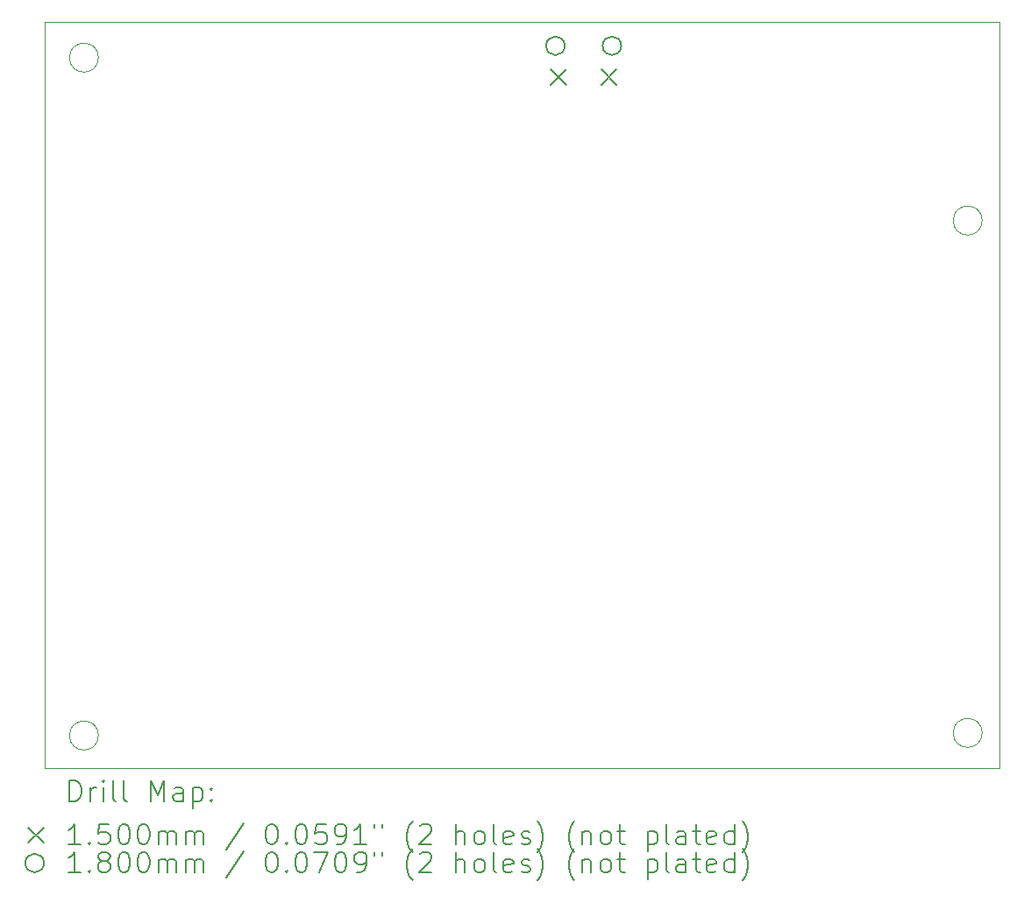
<source format=gbr>
%TF.GenerationSoftware,KiCad,Pcbnew,7.0.1*%
%TF.CreationDate,2023-04-28T23:03:10+02:00*%
%TF.ProjectId,Hexapod_Hardware,48657861-706f-4645-9f48-617264776172,rev?*%
%TF.SameCoordinates,Original*%
%TF.FileFunction,Drillmap*%
%TF.FilePolarity,Positive*%
%FSLAX45Y45*%
G04 Gerber Fmt 4.5, Leading zero omitted, Abs format (unit mm)*
G04 Created by KiCad (PCBNEW 7.0.1) date 2023-04-28 23:03:10*
%MOMM*%
%LPD*%
G01*
G04 APERTURE LIST*
%ADD10C,0.100000*%
%ADD11C,0.200000*%
%ADD12C,0.150000*%
%ADD13C,0.180000*%
G04 APERTURE END LIST*
D10*
X5867400Y-4305300D02*
X15087600Y-4305300D01*
X15087600Y-11518900D01*
X5867400Y-11518900D01*
X5867400Y-4305300D01*
X14922800Y-6223000D02*
G75*
G03*
X14922800Y-6223000I-140000J0D01*
G01*
X6388400Y-11201400D02*
G75*
G03*
X6388400Y-11201400I-140000J0D01*
G01*
X6388400Y-4648200D02*
G75*
G03*
X6388400Y-4648200I-140000J0D01*
G01*
X14922800Y-11176000D02*
G75*
G03*
X14922800Y-11176000I-140000J0D01*
G01*
D11*
D12*
X10756900Y-4762200D02*
X10906900Y-4912200D01*
X10906900Y-4762200D02*
X10756900Y-4912200D01*
X11241900Y-4762200D02*
X11391900Y-4912200D01*
X11391900Y-4762200D02*
X11241900Y-4912200D01*
D13*
X10891900Y-4534200D02*
G75*
G03*
X10891900Y-4534200I-90000J0D01*
G01*
X11436900Y-4534200D02*
G75*
G03*
X11436900Y-4534200I-90000J0D01*
G01*
D11*
X6110019Y-11836424D02*
X6110019Y-11636424D01*
X6110019Y-11636424D02*
X6157638Y-11636424D01*
X6157638Y-11636424D02*
X6186209Y-11645948D01*
X6186209Y-11645948D02*
X6205257Y-11664995D01*
X6205257Y-11664995D02*
X6214781Y-11684043D01*
X6214781Y-11684043D02*
X6224305Y-11722138D01*
X6224305Y-11722138D02*
X6224305Y-11750709D01*
X6224305Y-11750709D02*
X6214781Y-11788805D01*
X6214781Y-11788805D02*
X6205257Y-11807852D01*
X6205257Y-11807852D02*
X6186209Y-11826900D01*
X6186209Y-11826900D02*
X6157638Y-11836424D01*
X6157638Y-11836424D02*
X6110019Y-11836424D01*
X6310019Y-11836424D02*
X6310019Y-11703090D01*
X6310019Y-11741186D02*
X6319543Y-11722138D01*
X6319543Y-11722138D02*
X6329067Y-11712614D01*
X6329067Y-11712614D02*
X6348114Y-11703090D01*
X6348114Y-11703090D02*
X6367162Y-11703090D01*
X6433828Y-11836424D02*
X6433828Y-11703090D01*
X6433828Y-11636424D02*
X6424305Y-11645948D01*
X6424305Y-11645948D02*
X6433828Y-11655471D01*
X6433828Y-11655471D02*
X6443352Y-11645948D01*
X6443352Y-11645948D02*
X6433828Y-11636424D01*
X6433828Y-11636424D02*
X6433828Y-11655471D01*
X6557638Y-11836424D02*
X6538590Y-11826900D01*
X6538590Y-11826900D02*
X6529067Y-11807852D01*
X6529067Y-11807852D02*
X6529067Y-11636424D01*
X6662400Y-11836424D02*
X6643352Y-11826900D01*
X6643352Y-11826900D02*
X6633828Y-11807852D01*
X6633828Y-11807852D02*
X6633828Y-11636424D01*
X6890971Y-11836424D02*
X6890971Y-11636424D01*
X6890971Y-11636424D02*
X6957638Y-11779281D01*
X6957638Y-11779281D02*
X7024305Y-11636424D01*
X7024305Y-11636424D02*
X7024305Y-11836424D01*
X7205257Y-11836424D02*
X7205257Y-11731662D01*
X7205257Y-11731662D02*
X7195733Y-11712614D01*
X7195733Y-11712614D02*
X7176686Y-11703090D01*
X7176686Y-11703090D02*
X7138590Y-11703090D01*
X7138590Y-11703090D02*
X7119543Y-11712614D01*
X7205257Y-11826900D02*
X7186209Y-11836424D01*
X7186209Y-11836424D02*
X7138590Y-11836424D01*
X7138590Y-11836424D02*
X7119543Y-11826900D01*
X7119543Y-11826900D02*
X7110019Y-11807852D01*
X7110019Y-11807852D02*
X7110019Y-11788805D01*
X7110019Y-11788805D02*
X7119543Y-11769757D01*
X7119543Y-11769757D02*
X7138590Y-11760233D01*
X7138590Y-11760233D02*
X7186209Y-11760233D01*
X7186209Y-11760233D02*
X7205257Y-11750709D01*
X7300495Y-11703090D02*
X7300495Y-11903090D01*
X7300495Y-11712614D02*
X7319543Y-11703090D01*
X7319543Y-11703090D02*
X7357638Y-11703090D01*
X7357638Y-11703090D02*
X7376686Y-11712614D01*
X7376686Y-11712614D02*
X7386209Y-11722138D01*
X7386209Y-11722138D02*
X7395733Y-11741186D01*
X7395733Y-11741186D02*
X7395733Y-11798328D01*
X7395733Y-11798328D02*
X7386209Y-11817376D01*
X7386209Y-11817376D02*
X7376686Y-11826900D01*
X7376686Y-11826900D02*
X7357638Y-11836424D01*
X7357638Y-11836424D02*
X7319543Y-11836424D01*
X7319543Y-11836424D02*
X7300495Y-11826900D01*
X7481448Y-11817376D02*
X7490971Y-11826900D01*
X7490971Y-11826900D02*
X7481448Y-11836424D01*
X7481448Y-11836424D02*
X7471924Y-11826900D01*
X7471924Y-11826900D02*
X7481448Y-11817376D01*
X7481448Y-11817376D02*
X7481448Y-11836424D01*
X7481448Y-11712614D02*
X7490971Y-11722138D01*
X7490971Y-11722138D02*
X7481448Y-11731662D01*
X7481448Y-11731662D02*
X7471924Y-11722138D01*
X7471924Y-11722138D02*
X7481448Y-11712614D01*
X7481448Y-11712614D02*
X7481448Y-11731662D01*
D12*
X5712400Y-12088900D02*
X5862400Y-12238900D01*
X5862400Y-12088900D02*
X5712400Y-12238900D01*
D11*
X6214781Y-12256424D02*
X6100495Y-12256424D01*
X6157638Y-12256424D02*
X6157638Y-12056424D01*
X6157638Y-12056424D02*
X6138590Y-12084995D01*
X6138590Y-12084995D02*
X6119543Y-12104043D01*
X6119543Y-12104043D02*
X6100495Y-12113567D01*
X6300495Y-12237376D02*
X6310019Y-12246900D01*
X6310019Y-12246900D02*
X6300495Y-12256424D01*
X6300495Y-12256424D02*
X6290971Y-12246900D01*
X6290971Y-12246900D02*
X6300495Y-12237376D01*
X6300495Y-12237376D02*
X6300495Y-12256424D01*
X6490971Y-12056424D02*
X6395733Y-12056424D01*
X6395733Y-12056424D02*
X6386209Y-12151662D01*
X6386209Y-12151662D02*
X6395733Y-12142138D01*
X6395733Y-12142138D02*
X6414781Y-12132614D01*
X6414781Y-12132614D02*
X6462400Y-12132614D01*
X6462400Y-12132614D02*
X6481448Y-12142138D01*
X6481448Y-12142138D02*
X6490971Y-12151662D01*
X6490971Y-12151662D02*
X6500495Y-12170709D01*
X6500495Y-12170709D02*
X6500495Y-12218328D01*
X6500495Y-12218328D02*
X6490971Y-12237376D01*
X6490971Y-12237376D02*
X6481448Y-12246900D01*
X6481448Y-12246900D02*
X6462400Y-12256424D01*
X6462400Y-12256424D02*
X6414781Y-12256424D01*
X6414781Y-12256424D02*
X6395733Y-12246900D01*
X6395733Y-12246900D02*
X6386209Y-12237376D01*
X6624305Y-12056424D02*
X6643352Y-12056424D01*
X6643352Y-12056424D02*
X6662400Y-12065948D01*
X6662400Y-12065948D02*
X6671924Y-12075471D01*
X6671924Y-12075471D02*
X6681448Y-12094519D01*
X6681448Y-12094519D02*
X6690971Y-12132614D01*
X6690971Y-12132614D02*
X6690971Y-12180233D01*
X6690971Y-12180233D02*
X6681448Y-12218328D01*
X6681448Y-12218328D02*
X6671924Y-12237376D01*
X6671924Y-12237376D02*
X6662400Y-12246900D01*
X6662400Y-12246900D02*
X6643352Y-12256424D01*
X6643352Y-12256424D02*
X6624305Y-12256424D01*
X6624305Y-12256424D02*
X6605257Y-12246900D01*
X6605257Y-12246900D02*
X6595733Y-12237376D01*
X6595733Y-12237376D02*
X6586209Y-12218328D01*
X6586209Y-12218328D02*
X6576686Y-12180233D01*
X6576686Y-12180233D02*
X6576686Y-12132614D01*
X6576686Y-12132614D02*
X6586209Y-12094519D01*
X6586209Y-12094519D02*
X6595733Y-12075471D01*
X6595733Y-12075471D02*
X6605257Y-12065948D01*
X6605257Y-12065948D02*
X6624305Y-12056424D01*
X6814781Y-12056424D02*
X6833829Y-12056424D01*
X6833829Y-12056424D02*
X6852876Y-12065948D01*
X6852876Y-12065948D02*
X6862400Y-12075471D01*
X6862400Y-12075471D02*
X6871924Y-12094519D01*
X6871924Y-12094519D02*
X6881448Y-12132614D01*
X6881448Y-12132614D02*
X6881448Y-12180233D01*
X6881448Y-12180233D02*
X6871924Y-12218328D01*
X6871924Y-12218328D02*
X6862400Y-12237376D01*
X6862400Y-12237376D02*
X6852876Y-12246900D01*
X6852876Y-12246900D02*
X6833829Y-12256424D01*
X6833829Y-12256424D02*
X6814781Y-12256424D01*
X6814781Y-12256424D02*
X6795733Y-12246900D01*
X6795733Y-12246900D02*
X6786209Y-12237376D01*
X6786209Y-12237376D02*
X6776686Y-12218328D01*
X6776686Y-12218328D02*
X6767162Y-12180233D01*
X6767162Y-12180233D02*
X6767162Y-12132614D01*
X6767162Y-12132614D02*
X6776686Y-12094519D01*
X6776686Y-12094519D02*
X6786209Y-12075471D01*
X6786209Y-12075471D02*
X6795733Y-12065948D01*
X6795733Y-12065948D02*
X6814781Y-12056424D01*
X6967162Y-12256424D02*
X6967162Y-12123090D01*
X6967162Y-12142138D02*
X6976686Y-12132614D01*
X6976686Y-12132614D02*
X6995733Y-12123090D01*
X6995733Y-12123090D02*
X7024305Y-12123090D01*
X7024305Y-12123090D02*
X7043352Y-12132614D01*
X7043352Y-12132614D02*
X7052876Y-12151662D01*
X7052876Y-12151662D02*
X7052876Y-12256424D01*
X7052876Y-12151662D02*
X7062400Y-12132614D01*
X7062400Y-12132614D02*
X7081448Y-12123090D01*
X7081448Y-12123090D02*
X7110019Y-12123090D01*
X7110019Y-12123090D02*
X7129067Y-12132614D01*
X7129067Y-12132614D02*
X7138590Y-12151662D01*
X7138590Y-12151662D02*
X7138590Y-12256424D01*
X7233829Y-12256424D02*
X7233829Y-12123090D01*
X7233829Y-12142138D02*
X7243352Y-12132614D01*
X7243352Y-12132614D02*
X7262400Y-12123090D01*
X7262400Y-12123090D02*
X7290971Y-12123090D01*
X7290971Y-12123090D02*
X7310019Y-12132614D01*
X7310019Y-12132614D02*
X7319543Y-12151662D01*
X7319543Y-12151662D02*
X7319543Y-12256424D01*
X7319543Y-12151662D02*
X7329067Y-12132614D01*
X7329067Y-12132614D02*
X7348114Y-12123090D01*
X7348114Y-12123090D02*
X7376686Y-12123090D01*
X7376686Y-12123090D02*
X7395733Y-12132614D01*
X7395733Y-12132614D02*
X7405257Y-12151662D01*
X7405257Y-12151662D02*
X7405257Y-12256424D01*
X7795733Y-12046900D02*
X7624305Y-12304043D01*
X8052876Y-12056424D02*
X8071924Y-12056424D01*
X8071924Y-12056424D02*
X8090972Y-12065948D01*
X8090972Y-12065948D02*
X8100495Y-12075471D01*
X8100495Y-12075471D02*
X8110019Y-12094519D01*
X8110019Y-12094519D02*
X8119543Y-12132614D01*
X8119543Y-12132614D02*
X8119543Y-12180233D01*
X8119543Y-12180233D02*
X8110019Y-12218328D01*
X8110019Y-12218328D02*
X8100495Y-12237376D01*
X8100495Y-12237376D02*
X8090972Y-12246900D01*
X8090972Y-12246900D02*
X8071924Y-12256424D01*
X8071924Y-12256424D02*
X8052876Y-12256424D01*
X8052876Y-12256424D02*
X8033829Y-12246900D01*
X8033829Y-12246900D02*
X8024305Y-12237376D01*
X8024305Y-12237376D02*
X8014781Y-12218328D01*
X8014781Y-12218328D02*
X8005257Y-12180233D01*
X8005257Y-12180233D02*
X8005257Y-12132614D01*
X8005257Y-12132614D02*
X8014781Y-12094519D01*
X8014781Y-12094519D02*
X8024305Y-12075471D01*
X8024305Y-12075471D02*
X8033829Y-12065948D01*
X8033829Y-12065948D02*
X8052876Y-12056424D01*
X8205257Y-12237376D02*
X8214781Y-12246900D01*
X8214781Y-12246900D02*
X8205257Y-12256424D01*
X8205257Y-12256424D02*
X8195733Y-12246900D01*
X8195733Y-12246900D02*
X8205257Y-12237376D01*
X8205257Y-12237376D02*
X8205257Y-12256424D01*
X8338591Y-12056424D02*
X8357638Y-12056424D01*
X8357638Y-12056424D02*
X8376686Y-12065948D01*
X8376686Y-12065948D02*
X8386210Y-12075471D01*
X8386210Y-12075471D02*
X8395734Y-12094519D01*
X8395734Y-12094519D02*
X8405257Y-12132614D01*
X8405257Y-12132614D02*
X8405257Y-12180233D01*
X8405257Y-12180233D02*
X8395734Y-12218328D01*
X8395734Y-12218328D02*
X8386210Y-12237376D01*
X8386210Y-12237376D02*
X8376686Y-12246900D01*
X8376686Y-12246900D02*
X8357638Y-12256424D01*
X8357638Y-12256424D02*
X8338591Y-12256424D01*
X8338591Y-12256424D02*
X8319543Y-12246900D01*
X8319543Y-12246900D02*
X8310019Y-12237376D01*
X8310019Y-12237376D02*
X8300495Y-12218328D01*
X8300495Y-12218328D02*
X8290972Y-12180233D01*
X8290972Y-12180233D02*
X8290972Y-12132614D01*
X8290972Y-12132614D02*
X8300495Y-12094519D01*
X8300495Y-12094519D02*
X8310019Y-12075471D01*
X8310019Y-12075471D02*
X8319543Y-12065948D01*
X8319543Y-12065948D02*
X8338591Y-12056424D01*
X8586210Y-12056424D02*
X8490972Y-12056424D01*
X8490972Y-12056424D02*
X8481448Y-12151662D01*
X8481448Y-12151662D02*
X8490972Y-12142138D01*
X8490972Y-12142138D02*
X8510019Y-12132614D01*
X8510019Y-12132614D02*
X8557638Y-12132614D01*
X8557638Y-12132614D02*
X8576686Y-12142138D01*
X8576686Y-12142138D02*
X8586210Y-12151662D01*
X8586210Y-12151662D02*
X8595734Y-12170709D01*
X8595734Y-12170709D02*
X8595734Y-12218328D01*
X8595734Y-12218328D02*
X8586210Y-12237376D01*
X8586210Y-12237376D02*
X8576686Y-12246900D01*
X8576686Y-12246900D02*
X8557638Y-12256424D01*
X8557638Y-12256424D02*
X8510019Y-12256424D01*
X8510019Y-12256424D02*
X8490972Y-12246900D01*
X8490972Y-12246900D02*
X8481448Y-12237376D01*
X8690972Y-12256424D02*
X8729067Y-12256424D01*
X8729067Y-12256424D02*
X8748115Y-12246900D01*
X8748115Y-12246900D02*
X8757638Y-12237376D01*
X8757638Y-12237376D02*
X8776686Y-12208805D01*
X8776686Y-12208805D02*
X8786210Y-12170709D01*
X8786210Y-12170709D02*
X8786210Y-12094519D01*
X8786210Y-12094519D02*
X8776686Y-12075471D01*
X8776686Y-12075471D02*
X8767162Y-12065948D01*
X8767162Y-12065948D02*
X8748115Y-12056424D01*
X8748115Y-12056424D02*
X8710019Y-12056424D01*
X8710019Y-12056424D02*
X8690972Y-12065948D01*
X8690972Y-12065948D02*
X8681448Y-12075471D01*
X8681448Y-12075471D02*
X8671924Y-12094519D01*
X8671924Y-12094519D02*
X8671924Y-12142138D01*
X8671924Y-12142138D02*
X8681448Y-12161186D01*
X8681448Y-12161186D02*
X8690972Y-12170709D01*
X8690972Y-12170709D02*
X8710019Y-12180233D01*
X8710019Y-12180233D02*
X8748115Y-12180233D01*
X8748115Y-12180233D02*
X8767162Y-12170709D01*
X8767162Y-12170709D02*
X8776686Y-12161186D01*
X8776686Y-12161186D02*
X8786210Y-12142138D01*
X8976686Y-12256424D02*
X8862400Y-12256424D01*
X8919543Y-12256424D02*
X8919543Y-12056424D01*
X8919543Y-12056424D02*
X8900495Y-12084995D01*
X8900495Y-12084995D02*
X8881448Y-12104043D01*
X8881448Y-12104043D02*
X8862400Y-12113567D01*
X9052876Y-12056424D02*
X9052876Y-12094519D01*
X9129067Y-12056424D02*
X9129067Y-12094519D01*
X9424305Y-12332614D02*
X9414781Y-12323090D01*
X9414781Y-12323090D02*
X9395734Y-12294519D01*
X9395734Y-12294519D02*
X9386210Y-12275471D01*
X9386210Y-12275471D02*
X9376686Y-12246900D01*
X9376686Y-12246900D02*
X9367162Y-12199281D01*
X9367162Y-12199281D02*
X9367162Y-12161186D01*
X9367162Y-12161186D02*
X9376686Y-12113567D01*
X9376686Y-12113567D02*
X9386210Y-12084995D01*
X9386210Y-12084995D02*
X9395734Y-12065948D01*
X9395734Y-12065948D02*
X9414781Y-12037376D01*
X9414781Y-12037376D02*
X9424305Y-12027852D01*
X9490972Y-12075471D02*
X9500496Y-12065948D01*
X9500496Y-12065948D02*
X9519543Y-12056424D01*
X9519543Y-12056424D02*
X9567162Y-12056424D01*
X9567162Y-12056424D02*
X9586210Y-12065948D01*
X9586210Y-12065948D02*
X9595734Y-12075471D01*
X9595734Y-12075471D02*
X9605257Y-12094519D01*
X9605257Y-12094519D02*
X9605257Y-12113567D01*
X9605257Y-12113567D02*
X9595734Y-12142138D01*
X9595734Y-12142138D02*
X9481448Y-12256424D01*
X9481448Y-12256424D02*
X9605257Y-12256424D01*
X9843353Y-12256424D02*
X9843353Y-12056424D01*
X9929067Y-12256424D02*
X9929067Y-12151662D01*
X9929067Y-12151662D02*
X9919543Y-12132614D01*
X9919543Y-12132614D02*
X9900496Y-12123090D01*
X9900496Y-12123090D02*
X9871924Y-12123090D01*
X9871924Y-12123090D02*
X9852877Y-12132614D01*
X9852877Y-12132614D02*
X9843353Y-12142138D01*
X10052877Y-12256424D02*
X10033829Y-12246900D01*
X10033829Y-12246900D02*
X10024305Y-12237376D01*
X10024305Y-12237376D02*
X10014781Y-12218328D01*
X10014781Y-12218328D02*
X10014781Y-12161186D01*
X10014781Y-12161186D02*
X10024305Y-12142138D01*
X10024305Y-12142138D02*
X10033829Y-12132614D01*
X10033829Y-12132614D02*
X10052877Y-12123090D01*
X10052877Y-12123090D02*
X10081448Y-12123090D01*
X10081448Y-12123090D02*
X10100496Y-12132614D01*
X10100496Y-12132614D02*
X10110019Y-12142138D01*
X10110019Y-12142138D02*
X10119543Y-12161186D01*
X10119543Y-12161186D02*
X10119543Y-12218328D01*
X10119543Y-12218328D02*
X10110019Y-12237376D01*
X10110019Y-12237376D02*
X10100496Y-12246900D01*
X10100496Y-12246900D02*
X10081448Y-12256424D01*
X10081448Y-12256424D02*
X10052877Y-12256424D01*
X10233829Y-12256424D02*
X10214781Y-12246900D01*
X10214781Y-12246900D02*
X10205258Y-12227852D01*
X10205258Y-12227852D02*
X10205258Y-12056424D01*
X10386210Y-12246900D02*
X10367162Y-12256424D01*
X10367162Y-12256424D02*
X10329067Y-12256424D01*
X10329067Y-12256424D02*
X10310019Y-12246900D01*
X10310019Y-12246900D02*
X10300496Y-12227852D01*
X10300496Y-12227852D02*
X10300496Y-12151662D01*
X10300496Y-12151662D02*
X10310019Y-12132614D01*
X10310019Y-12132614D02*
X10329067Y-12123090D01*
X10329067Y-12123090D02*
X10367162Y-12123090D01*
X10367162Y-12123090D02*
X10386210Y-12132614D01*
X10386210Y-12132614D02*
X10395734Y-12151662D01*
X10395734Y-12151662D02*
X10395734Y-12170709D01*
X10395734Y-12170709D02*
X10300496Y-12189757D01*
X10471924Y-12246900D02*
X10490972Y-12256424D01*
X10490972Y-12256424D02*
X10529067Y-12256424D01*
X10529067Y-12256424D02*
X10548115Y-12246900D01*
X10548115Y-12246900D02*
X10557639Y-12227852D01*
X10557639Y-12227852D02*
X10557639Y-12218328D01*
X10557639Y-12218328D02*
X10548115Y-12199281D01*
X10548115Y-12199281D02*
X10529067Y-12189757D01*
X10529067Y-12189757D02*
X10500496Y-12189757D01*
X10500496Y-12189757D02*
X10481448Y-12180233D01*
X10481448Y-12180233D02*
X10471924Y-12161186D01*
X10471924Y-12161186D02*
X10471924Y-12151662D01*
X10471924Y-12151662D02*
X10481448Y-12132614D01*
X10481448Y-12132614D02*
X10500496Y-12123090D01*
X10500496Y-12123090D02*
X10529067Y-12123090D01*
X10529067Y-12123090D02*
X10548115Y-12132614D01*
X10624305Y-12332614D02*
X10633829Y-12323090D01*
X10633829Y-12323090D02*
X10652877Y-12294519D01*
X10652877Y-12294519D02*
X10662400Y-12275471D01*
X10662400Y-12275471D02*
X10671924Y-12246900D01*
X10671924Y-12246900D02*
X10681448Y-12199281D01*
X10681448Y-12199281D02*
X10681448Y-12161186D01*
X10681448Y-12161186D02*
X10671924Y-12113567D01*
X10671924Y-12113567D02*
X10662400Y-12084995D01*
X10662400Y-12084995D02*
X10652877Y-12065948D01*
X10652877Y-12065948D02*
X10633829Y-12037376D01*
X10633829Y-12037376D02*
X10624305Y-12027852D01*
X10986210Y-12332614D02*
X10976686Y-12323090D01*
X10976686Y-12323090D02*
X10957639Y-12294519D01*
X10957639Y-12294519D02*
X10948115Y-12275471D01*
X10948115Y-12275471D02*
X10938591Y-12246900D01*
X10938591Y-12246900D02*
X10929067Y-12199281D01*
X10929067Y-12199281D02*
X10929067Y-12161186D01*
X10929067Y-12161186D02*
X10938591Y-12113567D01*
X10938591Y-12113567D02*
X10948115Y-12084995D01*
X10948115Y-12084995D02*
X10957639Y-12065948D01*
X10957639Y-12065948D02*
X10976686Y-12037376D01*
X10976686Y-12037376D02*
X10986210Y-12027852D01*
X11062400Y-12123090D02*
X11062400Y-12256424D01*
X11062400Y-12142138D02*
X11071924Y-12132614D01*
X11071924Y-12132614D02*
X11090972Y-12123090D01*
X11090972Y-12123090D02*
X11119543Y-12123090D01*
X11119543Y-12123090D02*
X11138591Y-12132614D01*
X11138591Y-12132614D02*
X11148115Y-12151662D01*
X11148115Y-12151662D02*
X11148115Y-12256424D01*
X11271924Y-12256424D02*
X11252877Y-12246900D01*
X11252877Y-12246900D02*
X11243353Y-12237376D01*
X11243353Y-12237376D02*
X11233829Y-12218328D01*
X11233829Y-12218328D02*
X11233829Y-12161186D01*
X11233829Y-12161186D02*
X11243353Y-12142138D01*
X11243353Y-12142138D02*
X11252877Y-12132614D01*
X11252877Y-12132614D02*
X11271924Y-12123090D01*
X11271924Y-12123090D02*
X11300496Y-12123090D01*
X11300496Y-12123090D02*
X11319543Y-12132614D01*
X11319543Y-12132614D02*
X11329067Y-12142138D01*
X11329067Y-12142138D02*
X11338591Y-12161186D01*
X11338591Y-12161186D02*
X11338591Y-12218328D01*
X11338591Y-12218328D02*
X11329067Y-12237376D01*
X11329067Y-12237376D02*
X11319543Y-12246900D01*
X11319543Y-12246900D02*
X11300496Y-12256424D01*
X11300496Y-12256424D02*
X11271924Y-12256424D01*
X11395734Y-12123090D02*
X11471924Y-12123090D01*
X11424305Y-12056424D02*
X11424305Y-12227852D01*
X11424305Y-12227852D02*
X11433829Y-12246900D01*
X11433829Y-12246900D02*
X11452877Y-12256424D01*
X11452877Y-12256424D02*
X11471924Y-12256424D01*
X11690972Y-12123090D02*
X11690972Y-12323090D01*
X11690972Y-12132614D02*
X11710019Y-12123090D01*
X11710019Y-12123090D02*
X11748115Y-12123090D01*
X11748115Y-12123090D02*
X11767162Y-12132614D01*
X11767162Y-12132614D02*
X11776686Y-12142138D01*
X11776686Y-12142138D02*
X11786210Y-12161186D01*
X11786210Y-12161186D02*
X11786210Y-12218328D01*
X11786210Y-12218328D02*
X11776686Y-12237376D01*
X11776686Y-12237376D02*
X11767162Y-12246900D01*
X11767162Y-12246900D02*
X11748115Y-12256424D01*
X11748115Y-12256424D02*
X11710019Y-12256424D01*
X11710019Y-12256424D02*
X11690972Y-12246900D01*
X11900496Y-12256424D02*
X11881448Y-12246900D01*
X11881448Y-12246900D02*
X11871924Y-12227852D01*
X11871924Y-12227852D02*
X11871924Y-12056424D01*
X12062400Y-12256424D02*
X12062400Y-12151662D01*
X12062400Y-12151662D02*
X12052877Y-12132614D01*
X12052877Y-12132614D02*
X12033829Y-12123090D01*
X12033829Y-12123090D02*
X11995734Y-12123090D01*
X11995734Y-12123090D02*
X11976686Y-12132614D01*
X12062400Y-12246900D02*
X12043353Y-12256424D01*
X12043353Y-12256424D02*
X11995734Y-12256424D01*
X11995734Y-12256424D02*
X11976686Y-12246900D01*
X11976686Y-12246900D02*
X11967162Y-12227852D01*
X11967162Y-12227852D02*
X11967162Y-12208805D01*
X11967162Y-12208805D02*
X11976686Y-12189757D01*
X11976686Y-12189757D02*
X11995734Y-12180233D01*
X11995734Y-12180233D02*
X12043353Y-12180233D01*
X12043353Y-12180233D02*
X12062400Y-12170709D01*
X12129067Y-12123090D02*
X12205258Y-12123090D01*
X12157639Y-12056424D02*
X12157639Y-12227852D01*
X12157639Y-12227852D02*
X12167162Y-12246900D01*
X12167162Y-12246900D02*
X12186210Y-12256424D01*
X12186210Y-12256424D02*
X12205258Y-12256424D01*
X12348115Y-12246900D02*
X12329067Y-12256424D01*
X12329067Y-12256424D02*
X12290972Y-12256424D01*
X12290972Y-12256424D02*
X12271924Y-12246900D01*
X12271924Y-12246900D02*
X12262400Y-12227852D01*
X12262400Y-12227852D02*
X12262400Y-12151662D01*
X12262400Y-12151662D02*
X12271924Y-12132614D01*
X12271924Y-12132614D02*
X12290972Y-12123090D01*
X12290972Y-12123090D02*
X12329067Y-12123090D01*
X12329067Y-12123090D02*
X12348115Y-12132614D01*
X12348115Y-12132614D02*
X12357639Y-12151662D01*
X12357639Y-12151662D02*
X12357639Y-12170709D01*
X12357639Y-12170709D02*
X12262400Y-12189757D01*
X12529067Y-12256424D02*
X12529067Y-12056424D01*
X12529067Y-12246900D02*
X12510020Y-12256424D01*
X12510020Y-12256424D02*
X12471924Y-12256424D01*
X12471924Y-12256424D02*
X12452877Y-12246900D01*
X12452877Y-12246900D02*
X12443353Y-12237376D01*
X12443353Y-12237376D02*
X12433829Y-12218328D01*
X12433829Y-12218328D02*
X12433829Y-12161186D01*
X12433829Y-12161186D02*
X12443353Y-12142138D01*
X12443353Y-12142138D02*
X12452877Y-12132614D01*
X12452877Y-12132614D02*
X12471924Y-12123090D01*
X12471924Y-12123090D02*
X12510020Y-12123090D01*
X12510020Y-12123090D02*
X12529067Y-12132614D01*
X12605258Y-12332614D02*
X12614781Y-12323090D01*
X12614781Y-12323090D02*
X12633829Y-12294519D01*
X12633829Y-12294519D02*
X12643353Y-12275471D01*
X12643353Y-12275471D02*
X12652877Y-12246900D01*
X12652877Y-12246900D02*
X12662400Y-12199281D01*
X12662400Y-12199281D02*
X12662400Y-12161186D01*
X12662400Y-12161186D02*
X12652877Y-12113567D01*
X12652877Y-12113567D02*
X12643353Y-12084995D01*
X12643353Y-12084995D02*
X12633829Y-12065948D01*
X12633829Y-12065948D02*
X12614781Y-12037376D01*
X12614781Y-12037376D02*
X12605258Y-12027852D01*
D13*
X5862400Y-12433900D02*
G75*
G03*
X5862400Y-12433900I-90000J0D01*
G01*
D11*
X6214781Y-12526424D02*
X6100495Y-12526424D01*
X6157638Y-12526424D02*
X6157638Y-12326424D01*
X6157638Y-12326424D02*
X6138590Y-12354995D01*
X6138590Y-12354995D02*
X6119543Y-12374043D01*
X6119543Y-12374043D02*
X6100495Y-12383567D01*
X6300495Y-12507376D02*
X6310019Y-12516900D01*
X6310019Y-12516900D02*
X6300495Y-12526424D01*
X6300495Y-12526424D02*
X6290971Y-12516900D01*
X6290971Y-12516900D02*
X6300495Y-12507376D01*
X6300495Y-12507376D02*
X6300495Y-12526424D01*
X6424305Y-12412138D02*
X6405257Y-12402614D01*
X6405257Y-12402614D02*
X6395733Y-12393090D01*
X6395733Y-12393090D02*
X6386209Y-12374043D01*
X6386209Y-12374043D02*
X6386209Y-12364519D01*
X6386209Y-12364519D02*
X6395733Y-12345471D01*
X6395733Y-12345471D02*
X6405257Y-12335948D01*
X6405257Y-12335948D02*
X6424305Y-12326424D01*
X6424305Y-12326424D02*
X6462400Y-12326424D01*
X6462400Y-12326424D02*
X6481448Y-12335948D01*
X6481448Y-12335948D02*
X6490971Y-12345471D01*
X6490971Y-12345471D02*
X6500495Y-12364519D01*
X6500495Y-12364519D02*
X6500495Y-12374043D01*
X6500495Y-12374043D02*
X6490971Y-12393090D01*
X6490971Y-12393090D02*
X6481448Y-12402614D01*
X6481448Y-12402614D02*
X6462400Y-12412138D01*
X6462400Y-12412138D02*
X6424305Y-12412138D01*
X6424305Y-12412138D02*
X6405257Y-12421662D01*
X6405257Y-12421662D02*
X6395733Y-12431186D01*
X6395733Y-12431186D02*
X6386209Y-12450233D01*
X6386209Y-12450233D02*
X6386209Y-12488328D01*
X6386209Y-12488328D02*
X6395733Y-12507376D01*
X6395733Y-12507376D02*
X6405257Y-12516900D01*
X6405257Y-12516900D02*
X6424305Y-12526424D01*
X6424305Y-12526424D02*
X6462400Y-12526424D01*
X6462400Y-12526424D02*
X6481448Y-12516900D01*
X6481448Y-12516900D02*
X6490971Y-12507376D01*
X6490971Y-12507376D02*
X6500495Y-12488328D01*
X6500495Y-12488328D02*
X6500495Y-12450233D01*
X6500495Y-12450233D02*
X6490971Y-12431186D01*
X6490971Y-12431186D02*
X6481448Y-12421662D01*
X6481448Y-12421662D02*
X6462400Y-12412138D01*
X6624305Y-12326424D02*
X6643352Y-12326424D01*
X6643352Y-12326424D02*
X6662400Y-12335948D01*
X6662400Y-12335948D02*
X6671924Y-12345471D01*
X6671924Y-12345471D02*
X6681448Y-12364519D01*
X6681448Y-12364519D02*
X6690971Y-12402614D01*
X6690971Y-12402614D02*
X6690971Y-12450233D01*
X6690971Y-12450233D02*
X6681448Y-12488328D01*
X6681448Y-12488328D02*
X6671924Y-12507376D01*
X6671924Y-12507376D02*
X6662400Y-12516900D01*
X6662400Y-12516900D02*
X6643352Y-12526424D01*
X6643352Y-12526424D02*
X6624305Y-12526424D01*
X6624305Y-12526424D02*
X6605257Y-12516900D01*
X6605257Y-12516900D02*
X6595733Y-12507376D01*
X6595733Y-12507376D02*
X6586209Y-12488328D01*
X6586209Y-12488328D02*
X6576686Y-12450233D01*
X6576686Y-12450233D02*
X6576686Y-12402614D01*
X6576686Y-12402614D02*
X6586209Y-12364519D01*
X6586209Y-12364519D02*
X6595733Y-12345471D01*
X6595733Y-12345471D02*
X6605257Y-12335948D01*
X6605257Y-12335948D02*
X6624305Y-12326424D01*
X6814781Y-12326424D02*
X6833829Y-12326424D01*
X6833829Y-12326424D02*
X6852876Y-12335948D01*
X6852876Y-12335948D02*
X6862400Y-12345471D01*
X6862400Y-12345471D02*
X6871924Y-12364519D01*
X6871924Y-12364519D02*
X6881448Y-12402614D01*
X6881448Y-12402614D02*
X6881448Y-12450233D01*
X6881448Y-12450233D02*
X6871924Y-12488328D01*
X6871924Y-12488328D02*
X6862400Y-12507376D01*
X6862400Y-12507376D02*
X6852876Y-12516900D01*
X6852876Y-12516900D02*
X6833829Y-12526424D01*
X6833829Y-12526424D02*
X6814781Y-12526424D01*
X6814781Y-12526424D02*
X6795733Y-12516900D01*
X6795733Y-12516900D02*
X6786209Y-12507376D01*
X6786209Y-12507376D02*
X6776686Y-12488328D01*
X6776686Y-12488328D02*
X6767162Y-12450233D01*
X6767162Y-12450233D02*
X6767162Y-12402614D01*
X6767162Y-12402614D02*
X6776686Y-12364519D01*
X6776686Y-12364519D02*
X6786209Y-12345471D01*
X6786209Y-12345471D02*
X6795733Y-12335948D01*
X6795733Y-12335948D02*
X6814781Y-12326424D01*
X6967162Y-12526424D02*
X6967162Y-12393090D01*
X6967162Y-12412138D02*
X6976686Y-12402614D01*
X6976686Y-12402614D02*
X6995733Y-12393090D01*
X6995733Y-12393090D02*
X7024305Y-12393090D01*
X7024305Y-12393090D02*
X7043352Y-12402614D01*
X7043352Y-12402614D02*
X7052876Y-12421662D01*
X7052876Y-12421662D02*
X7052876Y-12526424D01*
X7052876Y-12421662D02*
X7062400Y-12402614D01*
X7062400Y-12402614D02*
X7081448Y-12393090D01*
X7081448Y-12393090D02*
X7110019Y-12393090D01*
X7110019Y-12393090D02*
X7129067Y-12402614D01*
X7129067Y-12402614D02*
X7138590Y-12421662D01*
X7138590Y-12421662D02*
X7138590Y-12526424D01*
X7233829Y-12526424D02*
X7233829Y-12393090D01*
X7233829Y-12412138D02*
X7243352Y-12402614D01*
X7243352Y-12402614D02*
X7262400Y-12393090D01*
X7262400Y-12393090D02*
X7290971Y-12393090D01*
X7290971Y-12393090D02*
X7310019Y-12402614D01*
X7310019Y-12402614D02*
X7319543Y-12421662D01*
X7319543Y-12421662D02*
X7319543Y-12526424D01*
X7319543Y-12421662D02*
X7329067Y-12402614D01*
X7329067Y-12402614D02*
X7348114Y-12393090D01*
X7348114Y-12393090D02*
X7376686Y-12393090D01*
X7376686Y-12393090D02*
X7395733Y-12402614D01*
X7395733Y-12402614D02*
X7405257Y-12421662D01*
X7405257Y-12421662D02*
X7405257Y-12526424D01*
X7795733Y-12316900D02*
X7624305Y-12574043D01*
X8052876Y-12326424D02*
X8071924Y-12326424D01*
X8071924Y-12326424D02*
X8090972Y-12335948D01*
X8090972Y-12335948D02*
X8100495Y-12345471D01*
X8100495Y-12345471D02*
X8110019Y-12364519D01*
X8110019Y-12364519D02*
X8119543Y-12402614D01*
X8119543Y-12402614D02*
X8119543Y-12450233D01*
X8119543Y-12450233D02*
X8110019Y-12488328D01*
X8110019Y-12488328D02*
X8100495Y-12507376D01*
X8100495Y-12507376D02*
X8090972Y-12516900D01*
X8090972Y-12516900D02*
X8071924Y-12526424D01*
X8071924Y-12526424D02*
X8052876Y-12526424D01*
X8052876Y-12526424D02*
X8033829Y-12516900D01*
X8033829Y-12516900D02*
X8024305Y-12507376D01*
X8024305Y-12507376D02*
X8014781Y-12488328D01*
X8014781Y-12488328D02*
X8005257Y-12450233D01*
X8005257Y-12450233D02*
X8005257Y-12402614D01*
X8005257Y-12402614D02*
X8014781Y-12364519D01*
X8014781Y-12364519D02*
X8024305Y-12345471D01*
X8024305Y-12345471D02*
X8033829Y-12335948D01*
X8033829Y-12335948D02*
X8052876Y-12326424D01*
X8205257Y-12507376D02*
X8214781Y-12516900D01*
X8214781Y-12516900D02*
X8205257Y-12526424D01*
X8205257Y-12526424D02*
X8195733Y-12516900D01*
X8195733Y-12516900D02*
X8205257Y-12507376D01*
X8205257Y-12507376D02*
X8205257Y-12526424D01*
X8338591Y-12326424D02*
X8357638Y-12326424D01*
X8357638Y-12326424D02*
X8376686Y-12335948D01*
X8376686Y-12335948D02*
X8386210Y-12345471D01*
X8386210Y-12345471D02*
X8395734Y-12364519D01*
X8395734Y-12364519D02*
X8405257Y-12402614D01*
X8405257Y-12402614D02*
X8405257Y-12450233D01*
X8405257Y-12450233D02*
X8395734Y-12488328D01*
X8395734Y-12488328D02*
X8386210Y-12507376D01*
X8386210Y-12507376D02*
X8376686Y-12516900D01*
X8376686Y-12516900D02*
X8357638Y-12526424D01*
X8357638Y-12526424D02*
X8338591Y-12526424D01*
X8338591Y-12526424D02*
X8319543Y-12516900D01*
X8319543Y-12516900D02*
X8310019Y-12507376D01*
X8310019Y-12507376D02*
X8300495Y-12488328D01*
X8300495Y-12488328D02*
X8290972Y-12450233D01*
X8290972Y-12450233D02*
X8290972Y-12402614D01*
X8290972Y-12402614D02*
X8300495Y-12364519D01*
X8300495Y-12364519D02*
X8310019Y-12345471D01*
X8310019Y-12345471D02*
X8319543Y-12335948D01*
X8319543Y-12335948D02*
X8338591Y-12326424D01*
X8471924Y-12326424D02*
X8605257Y-12326424D01*
X8605257Y-12326424D02*
X8519543Y-12526424D01*
X8719543Y-12326424D02*
X8738591Y-12326424D01*
X8738591Y-12326424D02*
X8757638Y-12335948D01*
X8757638Y-12335948D02*
X8767162Y-12345471D01*
X8767162Y-12345471D02*
X8776686Y-12364519D01*
X8776686Y-12364519D02*
X8786210Y-12402614D01*
X8786210Y-12402614D02*
X8786210Y-12450233D01*
X8786210Y-12450233D02*
X8776686Y-12488328D01*
X8776686Y-12488328D02*
X8767162Y-12507376D01*
X8767162Y-12507376D02*
X8757638Y-12516900D01*
X8757638Y-12516900D02*
X8738591Y-12526424D01*
X8738591Y-12526424D02*
X8719543Y-12526424D01*
X8719543Y-12526424D02*
X8700495Y-12516900D01*
X8700495Y-12516900D02*
X8690972Y-12507376D01*
X8690972Y-12507376D02*
X8681448Y-12488328D01*
X8681448Y-12488328D02*
X8671924Y-12450233D01*
X8671924Y-12450233D02*
X8671924Y-12402614D01*
X8671924Y-12402614D02*
X8681448Y-12364519D01*
X8681448Y-12364519D02*
X8690972Y-12345471D01*
X8690972Y-12345471D02*
X8700495Y-12335948D01*
X8700495Y-12335948D02*
X8719543Y-12326424D01*
X8881448Y-12526424D02*
X8919543Y-12526424D01*
X8919543Y-12526424D02*
X8938591Y-12516900D01*
X8938591Y-12516900D02*
X8948115Y-12507376D01*
X8948115Y-12507376D02*
X8967162Y-12478805D01*
X8967162Y-12478805D02*
X8976686Y-12440709D01*
X8976686Y-12440709D02*
X8976686Y-12364519D01*
X8976686Y-12364519D02*
X8967162Y-12345471D01*
X8967162Y-12345471D02*
X8957638Y-12335948D01*
X8957638Y-12335948D02*
X8938591Y-12326424D01*
X8938591Y-12326424D02*
X8900495Y-12326424D01*
X8900495Y-12326424D02*
X8881448Y-12335948D01*
X8881448Y-12335948D02*
X8871924Y-12345471D01*
X8871924Y-12345471D02*
X8862400Y-12364519D01*
X8862400Y-12364519D02*
X8862400Y-12412138D01*
X8862400Y-12412138D02*
X8871924Y-12431186D01*
X8871924Y-12431186D02*
X8881448Y-12440709D01*
X8881448Y-12440709D02*
X8900495Y-12450233D01*
X8900495Y-12450233D02*
X8938591Y-12450233D01*
X8938591Y-12450233D02*
X8957638Y-12440709D01*
X8957638Y-12440709D02*
X8967162Y-12431186D01*
X8967162Y-12431186D02*
X8976686Y-12412138D01*
X9052876Y-12326424D02*
X9052876Y-12364519D01*
X9129067Y-12326424D02*
X9129067Y-12364519D01*
X9424305Y-12602614D02*
X9414781Y-12593090D01*
X9414781Y-12593090D02*
X9395734Y-12564519D01*
X9395734Y-12564519D02*
X9386210Y-12545471D01*
X9386210Y-12545471D02*
X9376686Y-12516900D01*
X9376686Y-12516900D02*
X9367162Y-12469281D01*
X9367162Y-12469281D02*
X9367162Y-12431186D01*
X9367162Y-12431186D02*
X9376686Y-12383567D01*
X9376686Y-12383567D02*
X9386210Y-12354995D01*
X9386210Y-12354995D02*
X9395734Y-12335948D01*
X9395734Y-12335948D02*
X9414781Y-12307376D01*
X9414781Y-12307376D02*
X9424305Y-12297852D01*
X9490972Y-12345471D02*
X9500496Y-12335948D01*
X9500496Y-12335948D02*
X9519543Y-12326424D01*
X9519543Y-12326424D02*
X9567162Y-12326424D01*
X9567162Y-12326424D02*
X9586210Y-12335948D01*
X9586210Y-12335948D02*
X9595734Y-12345471D01*
X9595734Y-12345471D02*
X9605257Y-12364519D01*
X9605257Y-12364519D02*
X9605257Y-12383567D01*
X9605257Y-12383567D02*
X9595734Y-12412138D01*
X9595734Y-12412138D02*
X9481448Y-12526424D01*
X9481448Y-12526424D02*
X9605257Y-12526424D01*
X9843353Y-12526424D02*
X9843353Y-12326424D01*
X9929067Y-12526424D02*
X9929067Y-12421662D01*
X9929067Y-12421662D02*
X9919543Y-12402614D01*
X9919543Y-12402614D02*
X9900496Y-12393090D01*
X9900496Y-12393090D02*
X9871924Y-12393090D01*
X9871924Y-12393090D02*
X9852877Y-12402614D01*
X9852877Y-12402614D02*
X9843353Y-12412138D01*
X10052877Y-12526424D02*
X10033829Y-12516900D01*
X10033829Y-12516900D02*
X10024305Y-12507376D01*
X10024305Y-12507376D02*
X10014781Y-12488328D01*
X10014781Y-12488328D02*
X10014781Y-12431186D01*
X10014781Y-12431186D02*
X10024305Y-12412138D01*
X10024305Y-12412138D02*
X10033829Y-12402614D01*
X10033829Y-12402614D02*
X10052877Y-12393090D01*
X10052877Y-12393090D02*
X10081448Y-12393090D01*
X10081448Y-12393090D02*
X10100496Y-12402614D01*
X10100496Y-12402614D02*
X10110019Y-12412138D01*
X10110019Y-12412138D02*
X10119543Y-12431186D01*
X10119543Y-12431186D02*
X10119543Y-12488328D01*
X10119543Y-12488328D02*
X10110019Y-12507376D01*
X10110019Y-12507376D02*
X10100496Y-12516900D01*
X10100496Y-12516900D02*
X10081448Y-12526424D01*
X10081448Y-12526424D02*
X10052877Y-12526424D01*
X10233829Y-12526424D02*
X10214781Y-12516900D01*
X10214781Y-12516900D02*
X10205258Y-12497852D01*
X10205258Y-12497852D02*
X10205258Y-12326424D01*
X10386210Y-12516900D02*
X10367162Y-12526424D01*
X10367162Y-12526424D02*
X10329067Y-12526424D01*
X10329067Y-12526424D02*
X10310019Y-12516900D01*
X10310019Y-12516900D02*
X10300496Y-12497852D01*
X10300496Y-12497852D02*
X10300496Y-12421662D01*
X10300496Y-12421662D02*
X10310019Y-12402614D01*
X10310019Y-12402614D02*
X10329067Y-12393090D01*
X10329067Y-12393090D02*
X10367162Y-12393090D01*
X10367162Y-12393090D02*
X10386210Y-12402614D01*
X10386210Y-12402614D02*
X10395734Y-12421662D01*
X10395734Y-12421662D02*
X10395734Y-12440709D01*
X10395734Y-12440709D02*
X10300496Y-12459757D01*
X10471924Y-12516900D02*
X10490972Y-12526424D01*
X10490972Y-12526424D02*
X10529067Y-12526424D01*
X10529067Y-12526424D02*
X10548115Y-12516900D01*
X10548115Y-12516900D02*
X10557639Y-12497852D01*
X10557639Y-12497852D02*
X10557639Y-12488328D01*
X10557639Y-12488328D02*
X10548115Y-12469281D01*
X10548115Y-12469281D02*
X10529067Y-12459757D01*
X10529067Y-12459757D02*
X10500496Y-12459757D01*
X10500496Y-12459757D02*
X10481448Y-12450233D01*
X10481448Y-12450233D02*
X10471924Y-12431186D01*
X10471924Y-12431186D02*
X10471924Y-12421662D01*
X10471924Y-12421662D02*
X10481448Y-12402614D01*
X10481448Y-12402614D02*
X10500496Y-12393090D01*
X10500496Y-12393090D02*
X10529067Y-12393090D01*
X10529067Y-12393090D02*
X10548115Y-12402614D01*
X10624305Y-12602614D02*
X10633829Y-12593090D01*
X10633829Y-12593090D02*
X10652877Y-12564519D01*
X10652877Y-12564519D02*
X10662400Y-12545471D01*
X10662400Y-12545471D02*
X10671924Y-12516900D01*
X10671924Y-12516900D02*
X10681448Y-12469281D01*
X10681448Y-12469281D02*
X10681448Y-12431186D01*
X10681448Y-12431186D02*
X10671924Y-12383567D01*
X10671924Y-12383567D02*
X10662400Y-12354995D01*
X10662400Y-12354995D02*
X10652877Y-12335948D01*
X10652877Y-12335948D02*
X10633829Y-12307376D01*
X10633829Y-12307376D02*
X10624305Y-12297852D01*
X10986210Y-12602614D02*
X10976686Y-12593090D01*
X10976686Y-12593090D02*
X10957639Y-12564519D01*
X10957639Y-12564519D02*
X10948115Y-12545471D01*
X10948115Y-12545471D02*
X10938591Y-12516900D01*
X10938591Y-12516900D02*
X10929067Y-12469281D01*
X10929067Y-12469281D02*
X10929067Y-12431186D01*
X10929067Y-12431186D02*
X10938591Y-12383567D01*
X10938591Y-12383567D02*
X10948115Y-12354995D01*
X10948115Y-12354995D02*
X10957639Y-12335948D01*
X10957639Y-12335948D02*
X10976686Y-12307376D01*
X10976686Y-12307376D02*
X10986210Y-12297852D01*
X11062400Y-12393090D02*
X11062400Y-12526424D01*
X11062400Y-12412138D02*
X11071924Y-12402614D01*
X11071924Y-12402614D02*
X11090972Y-12393090D01*
X11090972Y-12393090D02*
X11119543Y-12393090D01*
X11119543Y-12393090D02*
X11138591Y-12402614D01*
X11138591Y-12402614D02*
X11148115Y-12421662D01*
X11148115Y-12421662D02*
X11148115Y-12526424D01*
X11271924Y-12526424D02*
X11252877Y-12516900D01*
X11252877Y-12516900D02*
X11243353Y-12507376D01*
X11243353Y-12507376D02*
X11233829Y-12488328D01*
X11233829Y-12488328D02*
X11233829Y-12431186D01*
X11233829Y-12431186D02*
X11243353Y-12412138D01*
X11243353Y-12412138D02*
X11252877Y-12402614D01*
X11252877Y-12402614D02*
X11271924Y-12393090D01*
X11271924Y-12393090D02*
X11300496Y-12393090D01*
X11300496Y-12393090D02*
X11319543Y-12402614D01*
X11319543Y-12402614D02*
X11329067Y-12412138D01*
X11329067Y-12412138D02*
X11338591Y-12431186D01*
X11338591Y-12431186D02*
X11338591Y-12488328D01*
X11338591Y-12488328D02*
X11329067Y-12507376D01*
X11329067Y-12507376D02*
X11319543Y-12516900D01*
X11319543Y-12516900D02*
X11300496Y-12526424D01*
X11300496Y-12526424D02*
X11271924Y-12526424D01*
X11395734Y-12393090D02*
X11471924Y-12393090D01*
X11424305Y-12326424D02*
X11424305Y-12497852D01*
X11424305Y-12497852D02*
X11433829Y-12516900D01*
X11433829Y-12516900D02*
X11452877Y-12526424D01*
X11452877Y-12526424D02*
X11471924Y-12526424D01*
X11690972Y-12393090D02*
X11690972Y-12593090D01*
X11690972Y-12402614D02*
X11710019Y-12393090D01*
X11710019Y-12393090D02*
X11748115Y-12393090D01*
X11748115Y-12393090D02*
X11767162Y-12402614D01*
X11767162Y-12402614D02*
X11776686Y-12412138D01*
X11776686Y-12412138D02*
X11786210Y-12431186D01*
X11786210Y-12431186D02*
X11786210Y-12488328D01*
X11786210Y-12488328D02*
X11776686Y-12507376D01*
X11776686Y-12507376D02*
X11767162Y-12516900D01*
X11767162Y-12516900D02*
X11748115Y-12526424D01*
X11748115Y-12526424D02*
X11710019Y-12526424D01*
X11710019Y-12526424D02*
X11690972Y-12516900D01*
X11900496Y-12526424D02*
X11881448Y-12516900D01*
X11881448Y-12516900D02*
X11871924Y-12497852D01*
X11871924Y-12497852D02*
X11871924Y-12326424D01*
X12062400Y-12526424D02*
X12062400Y-12421662D01*
X12062400Y-12421662D02*
X12052877Y-12402614D01*
X12052877Y-12402614D02*
X12033829Y-12393090D01*
X12033829Y-12393090D02*
X11995734Y-12393090D01*
X11995734Y-12393090D02*
X11976686Y-12402614D01*
X12062400Y-12516900D02*
X12043353Y-12526424D01*
X12043353Y-12526424D02*
X11995734Y-12526424D01*
X11995734Y-12526424D02*
X11976686Y-12516900D01*
X11976686Y-12516900D02*
X11967162Y-12497852D01*
X11967162Y-12497852D02*
X11967162Y-12478805D01*
X11967162Y-12478805D02*
X11976686Y-12459757D01*
X11976686Y-12459757D02*
X11995734Y-12450233D01*
X11995734Y-12450233D02*
X12043353Y-12450233D01*
X12043353Y-12450233D02*
X12062400Y-12440709D01*
X12129067Y-12393090D02*
X12205258Y-12393090D01*
X12157639Y-12326424D02*
X12157639Y-12497852D01*
X12157639Y-12497852D02*
X12167162Y-12516900D01*
X12167162Y-12516900D02*
X12186210Y-12526424D01*
X12186210Y-12526424D02*
X12205258Y-12526424D01*
X12348115Y-12516900D02*
X12329067Y-12526424D01*
X12329067Y-12526424D02*
X12290972Y-12526424D01*
X12290972Y-12526424D02*
X12271924Y-12516900D01*
X12271924Y-12516900D02*
X12262400Y-12497852D01*
X12262400Y-12497852D02*
X12262400Y-12421662D01*
X12262400Y-12421662D02*
X12271924Y-12402614D01*
X12271924Y-12402614D02*
X12290972Y-12393090D01*
X12290972Y-12393090D02*
X12329067Y-12393090D01*
X12329067Y-12393090D02*
X12348115Y-12402614D01*
X12348115Y-12402614D02*
X12357639Y-12421662D01*
X12357639Y-12421662D02*
X12357639Y-12440709D01*
X12357639Y-12440709D02*
X12262400Y-12459757D01*
X12529067Y-12526424D02*
X12529067Y-12326424D01*
X12529067Y-12516900D02*
X12510020Y-12526424D01*
X12510020Y-12526424D02*
X12471924Y-12526424D01*
X12471924Y-12526424D02*
X12452877Y-12516900D01*
X12452877Y-12516900D02*
X12443353Y-12507376D01*
X12443353Y-12507376D02*
X12433829Y-12488328D01*
X12433829Y-12488328D02*
X12433829Y-12431186D01*
X12433829Y-12431186D02*
X12443353Y-12412138D01*
X12443353Y-12412138D02*
X12452877Y-12402614D01*
X12452877Y-12402614D02*
X12471924Y-12393090D01*
X12471924Y-12393090D02*
X12510020Y-12393090D01*
X12510020Y-12393090D02*
X12529067Y-12402614D01*
X12605258Y-12602614D02*
X12614781Y-12593090D01*
X12614781Y-12593090D02*
X12633829Y-12564519D01*
X12633829Y-12564519D02*
X12643353Y-12545471D01*
X12643353Y-12545471D02*
X12652877Y-12516900D01*
X12652877Y-12516900D02*
X12662400Y-12469281D01*
X12662400Y-12469281D02*
X12662400Y-12431186D01*
X12662400Y-12431186D02*
X12652877Y-12383567D01*
X12652877Y-12383567D02*
X12643353Y-12354995D01*
X12643353Y-12354995D02*
X12633829Y-12335948D01*
X12633829Y-12335948D02*
X12614781Y-12307376D01*
X12614781Y-12307376D02*
X12605258Y-12297852D01*
M02*

</source>
